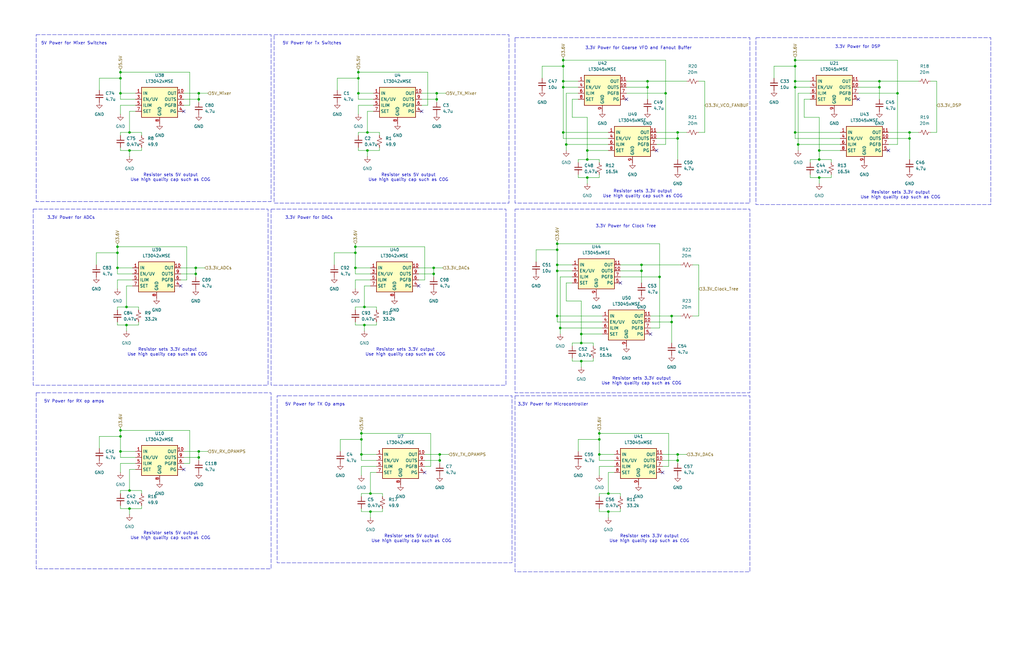
<source format=kicad_sch>
(kicad_sch (version 20250114) (generator "eeschema") (generator_version "9.0")
  (paper "B")
  (title_block (title "Power Management") (date "2026-01-02") (rev "0.0") (company "Andy McCann KA3KAG and Doug McCann KA3KAG"))
  (rectangle (start 116.84 167.005) (end 215.9 237.49) (stroke (width 0) (type dash)))
  (rectangle (start 13.97 88.265) (end 113.03 162.56) (stroke (width 0) (type dash)))
  (rectangle (start 217.17 15.875) (end 316.23 85.725) (stroke (width 0) (type dash)))
  (rectangle (start 217.17 167.005) (end 316.23 241.3) (stroke (width 0) (type dash)))
  (rectangle (start 318.77 15.875) (end 417.83 86.36) (stroke (width 0) (type dash)))
  (rectangle (start 15.24 165.735) (end 114.3 240.03) (stroke (width 0) (type dash)))
  (rectangle (start 115.57 14.605) (end 214.63 85.725) (stroke (width 0) (type dash)))
  (rectangle (start 15.24 14.605) (end 114.3 85.09) (stroke (width 0) (type dash)))
  (rectangle (start 114.3 88.265) (end 213.36 162.56) (stroke (width 0) (type dash)))
  (rectangle (start 217.17 88.265) (end 316.23 165.735) (stroke (width 0) (type dash)))
  (text "3.3V Power for ADCs" (at 29.972 91.948 0) (effects (font (size 1.27 1.27))))
  (text "3.3V Power for DSP" (at 361.696 19.812 0) (effects (font (size 1.27 1.27))))
  (text "Resistor sets 3.3V output\nUse high quality cap such as COG" (at 271.018 81.788 0) (effects (font (size 1.27 1.27))))
  (text "5V Power for Tx Switches" (at 131.572 18.288 0) (effects (font (size 1.27 1.27))))
  (text "3.3V Power for Microcontroller" (at 233.172 170.688 0) (effects (font (size 1.27 1.27))))
  (text "5V Power for RX op amps" (at 31.242 169.418 0) (effects (font (size 1.27 1.27))))
  (text "Resistor sets 3.3V output\nUse high quality cap such as COG" (at 270.51 160.782 0) (effects (font (size 1.27 1.27))))
  (text "Resistor sets 5V output\nUse high quality cap such as COG" (at 173.482 227.33 0) (effects (font (size 1.27 1.27))))
  (text "Resistor sets 5V output\nUse high quality cap such as COG" (at 71.882 226.06 0) (effects (font (size 1.27 1.27))))
  (text "Resistor sets 5V output\nUse high quality cap such as COG" (at 172.212 74.93 0) (effects (font (size 1.27 1.27))))
  (text "Resistor sets 3.3V output\nUse high quality cap such as COG" (at 273.812 227.33 0) (effects (font (size 1.27 1.27))))
  (text "3.3V Power for Clock Tree" (at 263.906 95.504 0) (effects (font (size 1.27 1.27))))
  (text "3.3V Power for Coarse VFO and Fanout Buffer" (at 269.24 20.32 0) (effects (font (size 1.27 1.27))))
  (text "Resistor sets 3.3V output\nUse high quality cap such as COG" (at 379.73 82.296 0) (effects (font (size 1.27 1.27))))
  (text "5V Power for Mixer Switches" (at 31.242 18.288 0) (effects (font (size 1.27 1.27))))
  (text "Resistor sets 5V output\nUse high quality cap such as COG" (at 71.882 74.93 0) (effects (font (size 1.27 1.27))))
  (text "Resistor sets 3.3V output\nUse high quality cap such as COG" (at 170.942 148.59 0) (effects (font (size 1.27 1.27))))
  (text "5V Power for TX Op amps" (at 132.842 170.688 0) (effects (font (size 1.27 1.27))))
  (text "Resistor sets 3.3V output\nUse high quality cap such as COG" (at 70.612 148.59 0) (effects (font (size 1.27 1.27))))
  (text "3.3V Power for DACs" (at 130.302 91.948 0) (effects (font (size 1.27 1.27))))
  (junction (at 151.13 30.48))
  (junction (at 54.61 63.5))
  (junction (at 50.8 190.5))
  (junction (at 83.82 190.5))
  (junction (at 152.4 191.77))
  (junction (at 49.53 113.03))
  (junction (at 237.49 55.88))
  (junction (at 156.21 215.9))
  (junction (at 370.84 36.83))
  (junction (at 234.95 102.87))
  (junction (at 82.55 115.57))
  (junction (at 49.53 106.68))
  (junction (at 152.4 182.88))
  (junction (at 185.42 194.31))
  (junction (at 182.88 113.03))
  (junction (at 54.61 214.63))
  (junction (at 335.28 36.83))
  (junction (at 54.61 207.01))
  (junction (at 83.82 41.91))
  (junction (at 237.49 36.83))
  (junction (at 335.28 27.94))
  (junction (at 345.44 67.31))
  (junction (at 184.15 41.91))
  (junction (at 153.67 137.16))
  (junction (at 82.55 113.03))
  (junction (at 378.46 39.37))
  (junction (at 270.51 111.76))
  (junction (at 280.67 39.37))
  (junction (at 151.13 33.02))
  (junction (at 184.15 39.37))
  (junction (at 270.51 114.3))
  (junction (at 252.73 185.42))
  (junction (at 335.28 25.4))
  (junction (at 283.21 135.89))
  (junction (at 285.75 58.42))
  (junction (at 83.82 39.37))
  (junction (at 238.76 60.96))
  (junction (at 182.88 115.57))
  (junction (at 383.54 58.42))
  (junction (at 50.8 181.61))
  (junction (at 256.54 208.28))
  (junction (at 370.84 34.29))
  (junction (at 50.8 33.02))
  (junction (at 154.94 63.5))
  (junction (at 252.73 182.88))
  (junction (at 283.21 133.35))
  (junction (at 49.53 104.14))
  (junction (at 53.34 137.16))
  (junction (at 156.21 208.28))
  (junction (at 237.49 34.29))
  (junction (at 273.05 34.29))
  (junction (at 154.94 55.88))
  (junction (at 256.54 215.9))
  (junction (at 237.49 25.4))
  (junction (at 245.11 144.78))
  (junction (at 247.65 67.31))
  (junction (at 273.05 36.83))
  (junction (at 54.61 55.88))
  (junction (at 335.28 55.88))
  (junction (at 285.75 194.31))
  (junction (at 245.11 152.4))
  (junction (at 234.95 114.3))
  (junction (at 285.75 191.77))
  (junction (at 185.42 191.77))
  (junction (at 345.44 63.5))
  (junction (at 153.67 129.54))
  (junction (at 50.8 184.15))
  (junction (at 336.55 60.96))
  (junction (at 234.95 111.76))
  (junction (at 83.82 193.04))
  (junction (at 234.95 105.41))
  (junction (at 345.44 74.93))
  (junction (at 50.8 30.48))
  (junction (at 149.86 104.14))
  (junction (at 245.11 140.97))
  (junction (at 149.86 113.03))
  (junction (at 152.4 185.42))
  (junction (at 383.54 55.88))
  (junction (at 149.86 106.68))
  (junction (at 151.13 39.37))
  (junction (at 50.8 39.37))
  (junction (at 53.34 129.54))
  (junction (at 234.95 133.35))
  (junction (at 285.75 55.88))
  (junction (at 247.65 63.5))
  (junction (at 252.73 191.77))
  (junction (at 278.13 116.84))
  (junction (at 237.49 27.94))
  (junction (at 335.28 34.29))
  (junction (at 236.22 138.43))
  (junction (at 247.65 74.93))
  (no_connect (at 77.47 198.12))
  (no_connect (at 176.53 120.65))
  (no_connect (at 274.32 140.97))
  (no_connect (at 179.07 199.39))
  (no_connect (at 77.47 46.99))
  (no_connect (at 374.65 63.5))
  (no_connect (at 276.86 63.5))
  (no_connect (at 261.62 119.38))
  (no_connect (at 177.8 46.99))
  (no_connect (at 361.95 41.91))
  (no_connect (at 279.4 199.39))
  (no_connect (at 264.16 41.91))
  (no_connect (at 76.2 120.65))
  (wire (pts (xy 57.15 44.45) (xy 50.8 44.45)))
  (wire (pts (xy 383.54 55.88) (xy 383.54 58.42)))
  (wire (pts (xy 143.51 185.42) (xy 152.4 185.42)))
  (wire (pts (xy 185.42 191.77) (xy 189.23 191.77)))
  (wire (pts (xy 54.61 63.5) (xy 54.61 66.04)))
  (wire (pts (xy 50.8 193.04) (xy 50.8 190.5)))
  (wire (pts (xy 157.48 41.91) (xy 151.13 41.91)))
  (wire (pts (xy 339.09 49.53) (xy 345.44 49.53)))
  (wire (pts (xy 345.44 67.31) (xy 350.52 67.31)))
  (wire (pts (xy 243.84 36.83) (xy 237.49 36.83)))
  (wire (pts (xy 54.61 214.63) (xy 54.61 217.17)))
  (wire (pts (xy 149.86 106.68) (xy 149.86 113.03)))
  (wire (pts (xy 149.86 130.81) (xy 149.86 129.54)))
  (wire (pts (xy 226.06 105.41) (xy 234.95 105.41)))
  (wire (pts (xy 49.53 102.87) (xy 49.53 104.14)))
  (wire (pts (xy 77.47 195.58) (xy 80.01 195.58)))
  (wire (pts (xy 83.82 190.5) (xy 83.82 193.04)))
  (wire (pts (xy 238.76 39.37) (xy 238.76 60.96)))
  (wire (pts (xy 151.13 57.15) (xy 151.13 55.88)))
  (wire (pts (xy 256.54 58.42) (xy 237.49 58.42)))
  (wire (pts (xy 151.13 30.48) (xy 151.13 33.02)))
  (wire (pts (xy 392.43 34.29) (xy 394.97 34.29)))
  (wire (pts (xy 370.84 34.29) (xy 370.84 36.83)))
  (wire (pts (xy 234.95 114.3) (xy 234.95 111.76)))
  (wire (pts (xy 285.75 55.88) (xy 289.56 55.88)))
  (wire (pts (xy 50.8 57.15) (xy 50.8 55.88)))
  (wire (pts (xy 140.97 111.76) (xy 140.97 106.68)))
  (wire (pts (xy 149.86 104.14) (xy 179.07 104.14)))
  (wire (pts (xy 54.61 214.63) (xy 50.8 214.63)))
  (wire (pts (xy 57.15 193.04) (xy 50.8 193.04)))
  (wire (pts (xy 82.55 113.03) (xy 82.55 115.57)))
  (wire (pts (xy 77.47 193.04) (xy 83.82 193.04)))
  (wire (pts (xy 83.82 39.37) (xy 83.82 41.91)))
  (wire (pts (xy 54.61 207.01) (xy 59.69 207.01)))
  (wire (pts (xy 241.3 119.38) (xy 238.76 119.38)))
  (wire (pts (xy 241.3 41.91) (xy 241.3 49.53)))
  (wire (pts (xy 341.63 68.58) (xy 341.63 67.31)))
  (wire (pts (xy 50.8 181.61) (xy 80.01 181.61)))
  (wire (pts (xy 285.75 191.77) (xy 285.75 194.31)))
  (wire (pts (xy 264.16 36.83) (xy 273.05 36.83)))
  (wire (pts (xy 153.67 120.65) (xy 153.67 129.54)))
  (wire (pts (xy 50.8 184.15) (xy 50.8 190.5)))
  (wire (pts (xy 154.94 55.88) (xy 160.02 55.88)))
  (wire (pts (xy 345.44 74.93) (xy 341.63 74.93)))
  (wire (pts (xy 243.84 67.31) (xy 247.65 67.31)))
  (wire (pts (xy 149.86 129.54) (xy 153.67 129.54)))
  (wire (pts (xy 250.19 144.78) (xy 250.19 146.05)))
  (wire (pts (xy 354.33 58.42) (xy 335.28 58.42)))
  (wire (pts (xy 182.88 115.57) (xy 182.88 116.84)))
  (wire (pts (xy 176.53 118.11) (xy 179.07 118.11)))
  (wire (pts (xy 345.44 49.53) (xy 345.44 63.5)))
  (wire (pts (xy 252.73 67.31) (xy 252.73 68.58)))
  (wire (pts (xy 335.28 36.83) (xy 335.28 55.88)))
  (wire (pts (xy 276.86 58.42) (xy 285.75 58.42)))
  (wire (pts (xy 273.05 36.83) (xy 273.05 41.91)))
  (wire (pts (xy 252.73 208.28) (xy 256.54 208.28)))
  (wire (pts (xy 238.76 119.38) (xy 238.76 127)))
  (wire (pts (xy 50.8 214.63) (xy 50.8 213.36)))
  (wire (pts (xy 261.62 214.63) (xy 261.62 215.9)))
  (wire (pts (xy 281.94 196.85) (xy 281.94 182.88)))
  (wire (pts (xy 341.63 36.83) (xy 335.28 36.83)))
  (wire (pts (xy 161.29 208.28) (xy 161.29 209.55)))
  (wire (pts (xy 160.02 62.23) (xy 160.02 63.5)))
  (wire (pts (xy 370.84 34.29) (xy 387.35 34.29)))
  (wire (pts (xy 374.65 58.42) (xy 383.54 58.42)))
  (wire (pts (xy 250.19 151.13) (xy 250.19 152.4)))
  (wire (pts (xy 354.33 60.96) (xy 336.55 60.96)))
  (wire (pts (xy 245.11 127) (xy 245.11 140.97)))
  (wire (pts (xy 153.67 137.16) (xy 153.67 139.7)))
  (wire (pts (xy 77.47 190.5) (xy 83.82 190.5)))
  (wire (pts (xy 259.08 194.31) (xy 252.73 194.31)))
  (wire (pts (xy 176.53 113.03) (xy 182.88 113.03)))
  (wire (pts (xy 236.22 138.43) (xy 236.22 140.97)))
  (wire (pts (xy 245.11 140.97) (xy 245.11 144.78)))
  (wire (pts (xy 161.29 215.9) (xy 156.21 215.9)))
  (wire (pts (xy 179.07 194.31) (xy 185.42 194.31)))
  (wire (pts (xy 276.86 55.88) (xy 285.75 55.88)))
  (wire (pts (xy 184.15 41.91) (xy 184.15 43.18)))
  (wire (pts (xy 55.88 118.11) (xy 49.53 118.11)))
  (wire (pts (xy 256.54 55.88) (xy 237.49 55.88)))
  (wire (pts (xy 237.49 36.83) (xy 237.49 55.88)))
  (wire (pts (xy 285.75 194.31) (xy 285.75 195.58)))
  (wire (pts (xy 57.15 46.99) (xy 54.61 46.99)))
  (wire (pts (xy 283.21 135.89) (xy 283.21 144.78)))
  (wire (pts (xy 82.55 115.57) (xy 82.55 116.84)))
  (wire (pts (xy 185.42 194.31) (xy 185.42 195.58)))
  (wire (pts (xy 339.09 41.91) (xy 339.09 49.53)))
  (wire (pts (xy 256.54 215.9) (xy 252.73 215.9)))
  (wire (pts (xy 49.53 118.11) (xy 49.53 121.92)))
  (wire (pts (xy 153.67 129.54) (xy 158.75 129.54)))
  (wire (pts (xy 361.95 39.37) (xy 378.46 39.37)))
  (wire (pts (xy 252.73 182.88) (xy 281.94 182.88)))
  (wire (pts (xy 184.15 39.37) (xy 187.96 39.37)))
  (wire (pts (xy 273.05 34.29) (xy 289.56 34.29)))
  (wire (pts (xy 77.47 44.45) (xy 80.01 44.45)))
  (wire (pts (xy 294.64 34.29) (xy 297.18 34.29)))
  (wire (pts (xy 234.95 114.3) (xy 234.95 133.35)))
  (wire (pts (xy 247.65 67.31) (xy 252.73 67.31)))
  (wire (pts (xy 50.8 33.02) (xy 50.8 39.37)))
  (wire (pts (xy 55.88 115.57) (xy 49.53 115.57)))
  (wire (pts (xy 182.88 113.03) (xy 186.69 113.03)))
  (wire (pts (xy 53.34 137.16) (xy 53.34 139.7)))
  (wire (pts (xy 54.61 63.5) (xy 50.8 63.5)))
  (wire (pts (xy 279.4 194.31) (xy 285.75 194.31)))
  (wire (pts (xy 158.75 137.16) (xy 153.67 137.16)))
  (wire (pts (xy 252.73 182.88) (xy 252.73 185.42)))
  (wire (pts (xy 280.67 25.4) (xy 280.67 39.37)))
  (wire (pts (xy 158.75 196.85) (xy 152.4 196.85)))
  (wire (pts (xy 49.53 106.68) (xy 49.53 113.03)))
  (wire (pts (xy 49.53 137.16) (xy 49.53 135.89)))
  (wire (pts (xy 252.73 181.61) (xy 252.73 182.88)))
  (wire (pts (xy 50.8 63.5) (xy 50.8 62.23)))
  (wire (pts (xy 394.97 34.29) (xy 394.97 55.88)))
  (wire (pts (xy 151.13 30.48) (xy 180.34 30.48)))
  (wire (pts (xy 156.21 208.28) (xy 161.29 208.28)))
  (wire (pts (xy 58.42 129.54) (xy 58.42 130.81)))
  (wire (pts (xy 80.01 195.58) (xy 80.01 181.61)))
  (wire (pts (xy 49.53 115.57) (xy 49.53 113.03)))
  (wire (pts (xy 40.64 111.76) (xy 40.64 106.68)))
  (wire (pts (xy 157.48 44.45) (xy 151.13 44.45)))
  (wire (pts (xy 142.24 38.1) (xy 142.24 33.02)))
  (wire (pts (xy 158.75 191.77) (xy 152.4 191.77)))
  (wire (pts (xy 261.62 116.84) (xy 278.13 116.84)))
  (wire (pts (xy 336.55 60.96) (xy 336.55 63.5)))
  (wire (pts (xy 243.84 34.29) (xy 237.49 34.29)))
  (wire (pts (xy 256.54 60.96) (xy 238.76 60.96)))
  (wire (pts (xy 59.69 207.01) (xy 59.69 208.28)))
  (wire (pts (xy 335.28 25.4) (xy 335.28 27.94)))
  (wire (pts (xy 50.8 30.48) (xy 80.01 30.48)))
  (wire (pts (xy 234.95 101.6) (xy 234.95 102.87)))
  (wire (pts (xy 361.95 36.83) (xy 370.84 36.83)))
  (wire (pts (xy 256.54 208.28) (xy 261.62 208.28)))
  (wire (pts (xy 149.86 137.16) (xy 149.86 135.89)))
  (wire (pts (xy 383.54 58.42) (xy 383.54 67.31)))
  (wire (pts (xy 49.53 104.14) (xy 78.74 104.14)))
  (wire (pts (xy 252.73 185.42) (xy 252.73 191.77)))
  (wire (pts (xy 341.63 41.91) (xy 339.09 41.91)))
  (wire (pts (xy 58.42 135.89) (xy 58.42 137.16)))
  (wire (pts (xy 279.4 191.77) (xy 285.75 191.77)))
  (wire (pts (xy 252.73 209.55) (xy 252.73 208.28)))
  (wire (pts (xy 383.54 55.88) (xy 387.35 55.88)))
  (wire (pts (xy 243.84 185.42) (xy 252.73 185.42)))
  (wire (pts (xy 394.97 55.88) (xy 392.43 55.88)))
  (wire (pts (xy 259.08 191.77) (xy 252.73 191.77)))
  (wire (pts (xy 336.55 39.37) (xy 336.55 60.96)))
  (wire (pts (xy 182.88 113.03) (xy 182.88 115.57)))
  (wire (pts (xy 264.16 39.37) (xy 280.67 39.37)))
  (wire (pts (xy 252.73 215.9) (xy 252.73 214.63)))
  (wire (pts (xy 152.4 196.85) (xy 152.4 200.66)))
  (wire (pts (xy 179.07 118.11) (xy 179.07 104.14)))
  (wire (pts (xy 83.82 39.37) (xy 87.63 39.37)))
  (wire (pts (xy 374.65 60.96) (xy 378.46 60.96)))
  (wire (pts (xy 59.69 214.63) (xy 54.61 214.63)))
  (wire (pts (xy 76.2 115.57) (xy 82.55 115.57)))
  (wire (pts (xy 49.53 129.54) (xy 53.34 129.54)))
  (wire (pts (xy 151.13 33.02) (xy 151.13 39.37)))
  (wire (pts (xy 252.73 73.66) (xy 252.73 74.93)))
  (wire (pts (xy 280.67 39.37) (xy 280.67 60.96)))
  (wire (pts (xy 41.91 38.1) (xy 41.91 33.02)))
  (wire (pts (xy 41.91 33.02) (xy 50.8 33.02)))
  (wire (pts (xy 270.51 114.3) (xy 270.51 119.38)))
  (wire (pts (xy 279.4 196.85) (xy 281.94 196.85)))
  (wire (pts (xy 261.62 208.28) (xy 261.62 209.55)))
  (wire (pts (xy 245.11 140.97) (xy 254 140.97)))
  (wire (pts (xy 280.67 25.4) (xy 237.49 25.4)))
  (wire (pts (xy 58.42 137.16) (xy 53.34 137.16)))
  (wire (pts (xy 153.67 137.16) (xy 149.86 137.16)))
  (wire (pts (xy 59.69 62.23) (xy 59.69 63.5)))
  (wire (pts (xy 156.21 120.65) (xy 153.67 120.65)))
  (wire (pts (xy 49.53 130.81) (xy 49.53 129.54)))
  (wire (pts (xy 177.8 41.91) (xy 184.15 41.91)))
  (wire (pts (xy 149.86 102.87) (xy 149.86 104.14)))
  (wire (pts (xy 57.15 198.12) (xy 54.61 198.12)))
  (wire (pts (xy 156.21 215.9) (xy 152.4 215.9)))
  (wire (pts (xy 156.21 115.57) (xy 149.86 115.57)))
  (wire (pts (xy 378.46 25.4) (xy 378.46 39.37)))
  (wire (pts (xy 283.21 133.35) (xy 287.02 133.35)))
  (wire (pts (xy 261.62 114.3) (xy 270.51 114.3)))
  (wire (pts (xy 350.52 67.31) (xy 350.52 68.58)))
  (wire (pts (xy 261.62 111.76) (xy 270.51 111.76)))
  (wire (pts (xy 252.73 194.31) (xy 252.73 191.77)))
  (wire (pts (xy 228.6 33.02) (xy 228.6 27.94)))
  (wire (pts (xy 245.11 144.78) (xy 250.19 144.78)))
  (wire (pts (xy 241.3 116.84) (xy 236.22 116.84)))
  (wire (pts (xy 54.61 55.88) (xy 59.69 55.88)))
  (wire (pts (xy 77.47 39.37) (xy 83.82 39.37)))
  (wire (pts (xy 57.15 41.91) (xy 50.8 41.91)))
  (wire (pts (xy 374.65 55.88) (xy 383.54 55.88)))
  (wire (pts (xy 181.61 196.85) (xy 181.61 182.88)))
  (wire (pts (xy 149.86 115.57) (xy 149.86 113.03)))
  (wire (pts (xy 154.94 63.5) (xy 151.13 63.5)))
  (wire (pts (xy 151.13 63.5) (xy 151.13 62.23)))
  (wire (pts (xy 53.34 137.16) (xy 49.53 137.16)))
  (wire (pts (xy 341.63 34.29) (xy 335.28 34.29)))
  (wire (pts (xy 335.28 24.13) (xy 335.28 25.4)))
  (wire (pts (xy 142.24 33.02) (xy 151.13 33.02)))
  (wire (pts (xy 254 135.89) (xy 234.95 135.89)))
  (wire (pts (xy 177.8 44.45) (xy 180.34 44.45)))
  (wire (pts (xy 152.4 182.88) (xy 152.4 185.42)))
  (wire (pts (xy 57.15 39.37) (xy 50.8 39.37)))
  (wire (pts (xy 345.44 74.93) (xy 345.44 77.47)))
  (wire (pts (xy 259.08 196.85) (xy 252.73 196.85)))
  (wire (pts (xy 76.2 113.03) (xy 82.55 113.03)))
  (wire (pts (xy 378.46 25.4) (xy 335.28 25.4)))
  (wire (pts (xy 254 138.43) (xy 236.22 138.43)))
  (wire (pts (xy 40.64 106.68) (xy 49.53 106.68)))
  (wire (pts (xy 335.28 36.83) (xy 335.28 34.29)))
  (wire (pts (xy 237.49 25.4) (xy 237.49 27.94)))
  (wire (pts (xy 238.76 60.96) (xy 238.76 63.5)))
  (wire (pts (xy 354.33 55.88) (xy 335.28 55.88)))
  (wire (pts (xy 157.48 39.37) (xy 151.13 39.37)))
  (wire (pts (xy 177.8 39.37) (xy 184.15 39.37)))
  (wire (pts (xy 237.49 55.88) (xy 237.49 58.42)))
  (wire (pts (xy 237.49 24.13) (xy 237.49 25.4)))
  (wire (pts (xy 245.11 152.4) (xy 241.3 152.4)))
  (wire (pts (xy 50.8 29.21) (xy 50.8 30.48)))
  (wire (pts (xy 243.84 41.91) (xy 241.3 41.91)))
  (wire (pts (xy 160.02 55.88) (xy 160.02 57.15)))
  (wire (pts (xy 241.3 144.78) (xy 245.11 144.78)))
  (wire (pts (xy 41.91 184.15) (xy 50.8 184.15)))
  (wire (pts (xy 151.13 44.45) (xy 151.13 48.26)))
  (wire (pts (xy 285.75 58.42) (xy 285.75 67.31)))
  (wire (pts (xy 54.61 46.99) (xy 54.61 55.88)))
  (wire (pts (xy 156.21 118.11) (xy 149.86 118.11)))
  (wire (pts (xy 158.75 194.31) (xy 152.4 194.31)))
  (wire (pts (xy 151.13 29.21) (xy 151.13 30.48)))
  (wire (pts (xy 50.8 180.34) (xy 50.8 181.61)))
  (wire (pts (xy 256.54 199.39) (xy 256.54 208.28)))
  (wire (pts (xy 149.86 118.11) (xy 149.86 121.92)))
  (wire (pts (xy 252.73 196.85) (xy 252.73 200.66)))
  (wire (pts (xy 55.88 113.03) (xy 49.53 113.03)))
  (wire (pts (xy 341.63 39.37) (xy 336.55 39.37)))
  (wire (pts (xy 243.84 190.5) (xy 243.84 185.42)))
  (wire (pts (xy 273.05 34.29) (xy 273.05 36.83)))
  (wire (pts (xy 59.69 213.36) (xy 59.69 214.63)))
  (wire (pts (xy 180.34 44.45) (xy 180.34 30.48)))
  (wire (pts (xy 179.07 196.85) (xy 181.61 196.85)))
  (wire (pts (xy 278.13 102.87) (xy 234.95 102.87)))
  (wire (pts (xy 285.75 191.77) (xy 289.56 191.77)))
  (wire (pts (xy 50.8 195.58) (xy 50.8 199.39)))
  (wire (pts (xy 292.1 111.76) (xy 294.64 111.76)))
  (wire (pts (xy 247.65 49.53) (xy 247.65 63.5)))
  (wire (pts (xy 245.11 152.4) (xy 245.11 154.94)))
  (wire (pts (xy 226.06 110.49) (xy 226.06 105.41)))
  (wire (pts (xy 83.82 193.04) (xy 83.82 194.31)))
  (wire (pts (xy 326.39 33.02) (xy 326.39 27.94)))
  (wire (pts (xy 236.22 116.84) (xy 236.22 138.43)))
  (wire (pts (xy 294.64 133.35) (xy 292.1 133.35)))
  (wire (pts (xy 345.44 63.5) (xy 354.33 63.5)))
  (wire (pts (xy 83.82 41.91) (xy 83.82 43.18)))
  (wire (pts (xy 152.4 194.31) (xy 152.4 191.77)))
  (wire (pts (xy 247.65 74.93) (xy 243.84 74.93)))
  (wire (pts (xy 264.16 34.29) (xy 273.05 34.29)))
  (wire (pts (xy 50.8 207.01) (xy 54.61 207.01)))
  (wire (pts (xy 294.64 111.76) (xy 294.64 133.35)))
  (wire (pts (xy 250.19 152.4) (xy 245.11 152.4)))
  (wire (pts (xy 59.69 63.5) (xy 54.61 63.5)))
  (wire (pts (xy 185.42 191.77) (xy 185.42 194.31)))
  (wire (pts (xy 341.63 67.31) (xy 345.44 67.31)))
  (wire (pts (xy 184.15 39.37) (xy 184.15 41.91)))
  (wire (pts (xy 241.3 114.3) (xy 234.95 114.3)))
  (wire (pts (xy 350.52 73.66) (xy 350.52 74.93)))
  (wire (pts (xy 341.63 74.93) (xy 341.63 73.66)))
  (wire (pts (xy 241.3 111.76) (xy 234.95 111.76)))
  (wire (pts (xy 156.21 215.9) (xy 156.21 218.44)))
  (wire (pts (xy 350.52 74.93) (xy 345.44 74.93)))
  (wire (pts (xy 151.13 41.91) (xy 151.13 39.37)))
  (wire (pts (xy 283.21 133.35) (xy 283.21 135.89)))
  (wire (pts (xy 326.39 27.94) (xy 335.28 27.94)))
  (wire (pts (xy 158.75 129.54) (xy 158.75 130.81)))
  (wire (pts (xy 345.44 63.5) (xy 345.44 67.31)))
  (wire (pts (xy 238.76 127) (xy 245.11 127)))
  (wire (pts (xy 78.74 118.11) (xy 78.74 104.14)))
  (wire (pts (xy 243.84 68.58) (xy 243.84 67.31)))
  (wire (pts (xy 176.53 115.57) (xy 182.88 115.57)))
  (wire (pts (xy 55.88 120.65) (xy 53.34 120.65)))
  (wire (pts (xy 234.95 102.87) (xy 234.95 105.41)))
  (wire (pts (xy 243.84 39.37) (xy 238.76 39.37)))
  (wire (pts (xy 247.65 63.5) (xy 247.65 67.31)))
  (wire (pts (xy 160.02 63.5) (xy 154.94 63.5)))
  (wire (pts (xy 259.08 199.39) (xy 256.54 199.39)))
  (wire (pts (xy 237.49 36.83) (xy 237.49 34.29)))
  (wire (pts (xy 152.4 182.88) (xy 181.61 182.88)))
  (wire (pts (xy 152.4 181.61) (xy 152.4 182.88)))
  (wire (pts (xy 161.29 214.63) (xy 161.29 215.9)))
  (wire (pts (xy 57.15 190.5) (xy 50.8 190.5)))
  (wire (pts (xy 256.54 215.9) (xy 256.54 218.44)))
  (wire (pts (xy 237.49 27.94) (xy 237.49 34.29)))
  (wire (pts (xy 57.15 195.58) (xy 50.8 195.58)))
  (wire (pts (xy 59.69 55.88) (xy 59.69 57.15)))
  (wire (pts (xy 241.3 49.53) (xy 247.65 49.53)))
  (wire (pts (xy 54.61 198.12) (xy 54.61 207.01)))
  (wire (pts (xy 274.32 135.89) (xy 283.21 135.89)))
  (wire (pts (xy 241.3 146.05) (xy 241.3 144.78)))
  (wire (pts (xy 151.13 55.88) (xy 154.94 55.88)))
  (wire (pts (xy 261.62 215.9) (xy 256.54 215.9)))
  (wire (pts (xy 50.8 44.45) (xy 50.8 48.26)))
  (wire (pts (xy 247.65 74.93) (xy 247.65 77.47)))
  (wire (pts (xy 278.13 102.87) (xy 278.13 116.84)))
  (wire (pts (xy 228.6 27.94) (xy 237.49 27.94)))
  (wire (pts (xy 252.73 74.93) (xy 247.65 74.93)))
  (wire (pts (xy 270.51 111.76) (xy 287.02 111.76)))
  (wire (pts (xy 370.84 36.83) (xy 370.84 41.91)))
  (wire (pts (xy 274.32 138.43) (xy 278.13 138.43)))
  (wire (pts (xy 50.8 181.61) (xy 50.8 184.15)))
  (wire (pts (xy 278.13 116.84) (xy 278.13 138.43)))
  (wire (pts (xy 80.01 44.45) (xy 80.01 30.48)))
  (wire (pts (xy 50.8 30.48) (xy 50.8 33.02)))
  (wire (pts (xy 297.18 34.29) (xy 297.18 55.88)))
  (wire (pts (xy 50.8 55.88) (xy 54.61 55.88)))
  (wire (pts (xy 76.2 118.11) (xy 78.74 118.11)))
  (wire (pts (xy 140.97 106.68) (xy 149.86 106.68)))
  (wire (pts (xy 156.21 199.39) (xy 156.21 208.28)))
  (wire (pts (xy 158.75 135.89) (xy 158.75 137.16)))
  (wire (pts (xy 243.84 74.93) (xy 243.84 73.66)))
  (wire (pts (xy 152.4 185.42) (xy 152.4 191.77)))
  (wire (pts (xy 154.94 46.99) (xy 154.94 55.88)))
  (wire (pts (xy 335.28 27.94) (xy 335.28 34.29)))
  (wire (pts (xy 157.48 46.99) (xy 154.94 46.99)))
  (wire (pts (xy 156.21 113.03) (xy 149.86 113.03)))
  (wire (pts (xy 270.51 111.76) (xy 270.51 114.3)))
  (wire (pts (xy 378.46 39.37) (xy 378.46 60.96)))
  (wire (pts (xy 152.4 208.28) (xy 156.21 208.28)))
  (wire (pts (xy 49.53 104.14) (xy 49.53 106.68)))
  (wire (pts (xy 77.47 41.91) (xy 83.82 41.91)))
  (wire (pts (xy 53.34 129.54) (xy 58.42 129.54)))
  (wire (pts (xy 143.51 190.5) (xy 143.51 185.42)))
  (wire (pts (xy 274.32 133.35) (xy 283.21 133.35)))
  (wire (pts (xy 285.75 55.88) (xy 285.75 58.42)))
  (wire (pts (xy 234.95 105.41) (xy 234.95 111.76)))
  (wire (pts (xy 361.95 34.29) (xy 370.84 34.29)))
  (wire (pts (xy 152.4 215.9) (xy 152.4 214.63)))
  (wire (pts (xy 50.8 208.28) (xy 50.8 207.01)))
  (wire (pts (xy 83.82 190.5) (xy 87.63 190.5)))
  (wire (pts (xy 152.4 209.55) (xy 152.4 208.28)))
  (wire (pts (xy 247.65 63.5) (xy 256.54 63.5)))
  (wire (pts (xy 53.34 120.65) (xy 53.34 129.54)))
  (wire (pts (xy 158.75 199.39) (xy 156.21 199.39)))
  (wire (pts (xy 241.3 152.4) (xy 241.3 151.13)))
  (wire (pts (xy 41.91 189.23) (xy 41.91 184.15)))
  (wire (pts (xy 297.18 55.88) (xy 294.64 55.88)))
  (wire (pts (xy 50.8 41.91) (xy 50.8 39.37)))
  (wire (pts (xy 149.86 104.14) (xy 149.86 106.68)))
  (wire (pts (xy 154.94 63.5) (xy 154.94 66.04)))
  (wire (pts (xy 276.86 60.96) (xy 280.67 60.96)))
  (wire (pts (xy 82.55 113.03) (xy 86.36 113.03)))
  (wire (pts (xy 254 133.35) (xy 234.95 133.35)))
  (wire (pts (xy 335.28 55.88) (xy 335.28 58.42)))
  (wire (pts (xy 179.07 191.77) (xy 185.42 191.77)))
  (wire (pts (xy 234.95 133.35) (xy 234.95 135.89)))
  (hierarchical_label "5V_RX_OPAMPS" (shape input) (at 87.63 190.5 0))
  (hierarchical_label "5V_TX_OPAMPS" (shape input) (at 189.23 191.77 0))
  (hierarchical_label "3.6V" (shape input) (at 234.95 101.6 90))
  (hierarchical_label "3.6V" (shape input) (at 335.28 24.13 90))
  (hierarchical_label "5V_TX_Mixer" (shape input) (at 187.96 39.37 0))
  (hierarchical_label "3.6V" (shape input) (at 49.53 102.87 90))
  (hierarchical_label "3.3V_Clock_Tree" (shape input) (at 294.64 121.92 0))
  (hierarchical_label "3.3V_DACs" (shape input) (at 186.69 113.03 0))
  (hierarchical_label "3.3V_DSP" (shape input) (at 394.97 44.45 0))
  (hierarchical_label "3.3V_ADCs" (shape input) (at 86.36 113.03 0))
  (hierarchical_label "5V_Mixer" (shape input) (at 87.63 39.37 0))
  (hierarchical_label "5.5V" (shape input) (at 50.8 29.21 90))
  (hierarchical_label "5.5V" (shape input) (at 152.4 181.61 90))
  (hierarchical_label "3.6V" (shape input) (at 252.73 181.61 90))
  (hierarchical_label "3.3V_VCO_FANBUF" (shape input) (at 297.18 44.45 0))
  (hierarchical_label "3.3V_DACs" (shape input) (at 289.56 191.77 0))
  (hierarchical_label "5.5V" (shape input) (at 151.13 29.21 90))
  (hierarchical_label "3.6V" (shape input) (at 149.86 102.87 90))
  (hierarchical_label "3.6V" (shape input) (at 237.49 24.13 90))
  (hierarchical_label "3.6V" (shape input) (at 50.8 180.34 90))
  (symbol (lib_id "power:GND") (at 82.55 121.92 0) (unit 1)
    (property "Reference" "#PWR062" (effects (hide yes)))
    (property "Value" "GND" (at 82.55 127 0))
    (property "Description" "Power symbol creates a global label with name \"GND\" , ground" (effects (hide yes)))
  )
  (symbol (lib_id "Device:C_Small") (at 370.84 44.45 0) (unit 1)
    (property "Reference" "C45" (at 373.38 43.1862 0) (effects (justify left)))
    (property "Value" "4.7u" (at 373.38 45.7262 0) (effects (justify left)))
    (property "Footprint" "Capacitor_SMD:C_0603_1608Metric_Pad1.08x0.95mm_HandSolder" (effects (hide yes)))
    (property "Description" "Unpolarized capacitor, small symbol" (effects (hide yes)))
  )
  (symbol (lib_id "power:GND") (at 351.79 46.99 0) (unit 1)
    (property "Reference" "#PWR064" (effects (hide yes)))
    (property "Value" "GND" (at 351.79 52.07 0))
    (property "Description" "Power symbol creates a global label with name \"GND\" , ground" (effects (hide yes)))
  )
  (symbol (lib_id "power:GND") (at 383.54 72.39 0) (unit 1)
    (property "Reference" "#PWR082" (effects (hide yes)))
    (property "Value" "GND" (at 383.54 77.47 0))
    (property "Description" "Power symbol creates a global label with name \"GND\" , ground" (effects (hide yes)))
  )
  (symbol (lib_id "power:GND") (at 54.61 217.17 0) (unit 1)
    (property "Reference" "#PWR077" (effects (hide yes)))
    (property "Value" "GND" (at 54.61 222.25 0))
    (property "Description" "Power symbol creates a global label with name \"GND\" , ground" (effects (hide yes)))
  )
  (symbol (lib_id "Device:C_Small") (at 82.55 119.38 0) (unit 1)
    (property "Reference" "C89" (at 85.09 118.1162 0) (effects (justify left)))
    (property "Value" "4.7u" (at 85.09 120.6562 0) (effects (justify left)))
    (property "Footprint" "Capacitor_SMD:C_0603_1608Metric_Pad1.08x0.95mm_HandSolder" (effects (hide yes)))
    (property "Description" "Unpolarized capacitor, small symbol" (effects (hide yes)))
  )
  (symbol (lib_id "Device:R_Small_US") (at 289.56 133.35 90) (unit 1)
    (property "Reference" "R23" (at 289.56 127 90))
    (property "Value" "20m" (at 289.56 129.54 90))
    (property "Footprint" "Resistor_SMD:R_0603_1608Metric_Pad0.98x0.95mm_HandSolder" (effects (hide yes)))
    (property "Description" "Resistor, small US symbol" (effects (hide yes)))
  )
  (symbol (lib_id "power:GND") (at 336.55 63.5 0) (unit 1)
    (property "Reference" "#PWR060" (effects (hide yes)))
    (property "Value" "GND" (at 336.55 68.58 0))
    (property "Description" "Power symbol creates a global label with name \"GND\" , ground" (effects (hide yes)))
  )
  (symbol (lib_id "Device:R_Small_US") (at 59.69 210.82 0) (unit 1)
    (property "Reference" "R16" (at 62.23 209.5499 0) (effects (justify left)))
    (property "Value" "49.9" (at 62.23 212.0899 0) (effects (justify left)))
    (property "Footprint" "Resistor_SMD:R_0603_1608Metric_Pad0.98x0.95mm_HandSolder" (effects (hide yes)))
    (property "Description" "Resistor, small US symbol" (effects (hide yes)))
  )
  (symbol (lib_id "power:GND") (at 252.73 200.66 0) (unit 1)
    (property "Reference" "#PWR072" (effects (hide yes)))
    (property "Value" "GND" (at 252.73 205.74 0))
    (property "Description" "Power symbol creates a global label with name \"GND\" , ground" (effects (hide yes)))
  )
  (symbol (lib_id "power:GND") (at 156.21 218.44 0) (unit 1)
    (property "Reference" "#PWR039" (effects (hide yes)))
    (property "Value" "GND" (at 156.21 223.52 0))
    (property "Description" "Power symbol creates a global label with name \"GND\" , ground" (effects (hide yes)))
  )
  (symbol (lib_id "Device:C_Small") (at 383.54 69.85 0) (unit 1)
    (property "Reference" "C46" (at 386.08 68.5862 0) (effects (justify left)))
    (property "Value" "4.7u" (at 386.08 71.1262 0) (effects (justify left)))
    (property "Footprint" "Capacitor_SMD:C_0603_1608Metric_Pad1.08x0.95mm_HandSolder" (effects (hide yes)))
    (property "Description" "Unpolarized capacitor, small symbol" (effects (hide yes)))
  )
  (symbol (lib_id "Device:R_Small_US") (at 250.19 148.59 0) (unit 1)
    (property "Reference" "R14" (at 252.73 147.3199 0) (effects (justify left)))
    (property "Value" "16.5k" (at 252.73 149.8599 0) (effects (justify left)))
    (property "Footprint" "Resistor_SMD:R_0603_1608Metric_Pad0.98x0.95mm_HandSolder" (effects (hide yes)))
    (property "Description" "Resistor, small US symbol" (effects (hide yes)))
  )
  (symbol (lib_id "power:GND") (at 151.13 48.26 0) (unit 1)
    (property "Reference" "#PWR04" (effects (hide yes)))
    (property "Value" "GND" (at 151.13 53.34 0))
    (property "Description" "Power symbol creates a global label with name \"GND\" , ground" (effects (hide yes)))
  )
  (symbol (lib_id "Device:C_Small") (at 182.88 119.38 0) (unit 1)
    (property "Reference" "C98" (at 185.42 118.1162 0) (effects (justify left)))
    (property "Value" "4.7u" (at 185.42 120.6562 0) (effects (justify left)))
    (property "Footprint" "Capacitor_SMD:C_0603_1608Metric_Pad1.08x0.95mm_HandSolder" (effects (hide yes)))
    (property "Description" "Unpolarized capacitor, small symbol" (effects (hide yes)))
  )
  (symbol (lib_id "power:GND") (at 50.8 48.26 0) (unit 1)
    (property "Reference" "#PWR051" (effects (hide yes)))
    (property "Value" "GND" (at 50.8 53.34 0))
    (property "Description" "Power symbol creates a global label with name \"GND\" , ground" (effects (hide yes)))
  )
  (symbol (lib_id "Device:R_Small_US") (at 292.1 34.29 90) (unit 1)
    (property "Reference" "R20" (at 292.1 27.94 90))
    (property "Value" "20m" (at 292.1 30.48 90))
    (property "Footprint" "Resistor_SMD:R_0603_1608Metric_Pad0.98x0.95mm_HandSolder" (effects (hide yes)))
    (property "Description" "Resistor, small US symbol" (effects (hide yes)))
  )
  (symbol (lib_id "Device:R_Small_US") (at 261.62 212.09 0) (unit 1)
    (property "Reference" "R11" (at 264.16 210.8199 0) (effects (justify left)))
    (property "Value" "33.2k" (at 264.16 213.3599 0) (effects (justify left)))
    (property "Footprint" "Resistor_SMD:R_0603_1608Metric_Pad0.98x0.95mm_HandSolder" (effects (hide yes)))
    (property "Description" "Resistor, small US symbol" (effects (hide yes)))
  )
  (symbol (lib_id "Device:C_Small") (at 228.6 35.56 0) (unit 1)
    (property "Reference" "C47" (at 231.14 34.2962 0) (effects (justify left)))
    (property "Value" "10u" (at 231.14 36.8362 0) (effects (justify left)))
    (property "Footprint" "Capacitor_SMD:C_0603_1608Metric_Pad1.08x0.95mm_HandSolder" (effects (hide yes)))
    (property "Description" "Unpolarized capacitor, small symbol" (effects (hide yes)))
  )
  (symbol (lib_id "Device:R_Small_US") (at 289.56 111.76 90) (unit 1)
    (property "Reference" "R22" (at 289.56 105.41 90))
    (property "Value" "20m" (at 289.56 107.95 90))
    (property "Footprint" "Resistor_SMD:R_0603_1608Metric_Pad0.98x0.95mm_HandSolder" (effects (hide yes)))
    (property "Description" "Resistor, small US symbol" (effects (hide yes)))
  )
  (symbol (lib_id "Device:C_Small") (at 243.84 71.12 0) (unit 1)
    (property "Reference" "C48" (at 246.38 69.8562 0) (effects (justify left)))
    (property "Value" "0.47u" (at 246.38 72.3962 0) (effects (justify left)))
    (property "Footprint" "Capacitor_SMD:C_0603_1608Metric_Pad1.08x0.95mm_HandSolder" (effects (hide yes)))
    (property "Description" "Unpolarized capacitor, small symbol" (effects (hide yes)))
  )
  (symbol (lib_id "power:GND") (at 41.91 43.18 0) (unit 1)
    (property "Reference" "#PWR042" (effects (hide yes)))
    (property "Value" "GND" (at 41.91 48.26 0))
    (property "Description" "Power symbol creates a global label with name \"GND\" , ground" (effects (hide yes)))
  )
  (symbol (lib_id "Device:R_Small_US") (at 389.89 55.88 90) (unit 1)
    (property "Reference" "R19" (at 389.89 49.53 90))
    (property "Value" "20m" (at 389.89 52.07 90))
    (property "Footprint" "Resistor_SMD:R_0603_1608Metric_Pad0.98x0.95mm_HandSolder" (effects (hide yes)))
    (property "Description" "Resistor, small US symbol" (effects (hide yes)))
  )
  (symbol (lib_id "Regulator_Linear:LT3045xMSE") (at 264.16 135.89 0) (unit 1)
    (property "Reference" "U50" (at 264.16 125.73 0))
    (property "Value" "LT3045xMSE" (at 264.16 128.27 0))
    (property "Footprint" "Package_SO:MSOP-12-1EP_3x4.039mm_P0.65mm_EP1.651x2.845mm" (effects (hide yes)))
    (property "Datasheet" "https://www.analog.com/media/en/technical-documentation/data-sheets/3045fa.pdf" (effects (hide yes)))
    (property "Description" "500mA, Adjustable, Ultralow Noise, Ultrahigh PSRR Linear Regulator, MSOP-12" (effects (hide yes)))
  )
  (symbol (lib_id "Device:C_Small") (at 185.42 198.12 0) (unit 1)
    (property "Reference" "C7" (at 187.96 196.8562 0) (effects (justify left)))
    (property "Value" "4.7u" (at 187.96 199.3962 0) (effects (justify left)))
    (property "Footprint" "Capacitor_SMD:C_0603_1608Metric_Pad1.08x0.95mm_HandSolder" (effects (hide yes)))
    (property "Description" "Unpolarized capacitor, small symbol" (effects (hide yes)))
  )
  (symbol (lib_id "power:GND") (at 228.6 38.1 0) (unit 1)
    (property "Reference" "#PWR083" (effects (hide yes)))
    (property "Value" "GND" (at 228.6 43.18 0))
    (property "Description" "Power symbol creates a global label with name \"GND\" , ground" (effects (hide yes)))
  )
  (symbol (lib_id "Regulator_Linear:LT3042xMSE") (at 168.91 194.31 0) (unit 1)
    (property "Reference" "U7" (at 168.91 184.15 0))
    (property "Value" "LT3042xMSE" (at 168.91 186.69 0))
    (property "Footprint" "Package_SO:MSOP-10-1EP_3x3mm_P0.5mm_EP1.68x1.88mm" (effects (hide yes)))
    (property "Datasheet" "https://www.analog.com/media/en/technical-documentation/data-sheets/3042fb.pdf" (effects (hide yes)))
    (property "Description" "200mA, Adjustable, Ultralow Noise, Ultrahigh PSRR RF Linear Regulator, MSOP-10" (effects (hide yes)))
  )
  (symbol (lib_id "Device:C_Small") (at 149.86 133.35 0) (unit 1)
    (property "Reference" "C93" (at 152.4 132.0862 0) (effects (justify left)))
    (property "Value" "0.47u" (at 152.4 134.6262 0) (effects (justify left)))
    (property "Footprint" "Capacitor_SMD:C_0603_1608Metric_Pad1.08x0.95mm_HandSolder" (effects (hide yes)))
    (property "Description" "Unpolarized capacitor, small symbol" (effects (hide yes)))
  )
  (symbol (lib_id "Regulator_Linear:LT3042xMSE") (at 66.04 115.57 0) (unit 1)
    (property "Reference" "U39" (at 66.04 105.41 0))
    (property "Value" "LT3042xMSE" (at 66.04 107.95 0))
    (property "Footprint" "Package_SO:MSOP-10-1EP_3x3mm_P0.5mm_EP1.68x1.88mm" (effects (hide yes)))
    (property "Datasheet" "https://www.analog.com/media/en/technical-documentation/data-sheets/3042fb.pdf" (effects (hide yes)))
    (property "Description" "200mA, Adjustable, Ultralow Noise, Ultrahigh PSRR RF Linear Regulator, MSOP-10" (effects (hide yes)))
  )
  (symbol (lib_id "power:GND") (at 236.22 140.97 0) (unit 1)
    (property "Reference" "#PWR091" (effects (hide yes)))
    (property "Value" "GND" (at 236.22 146.05 0))
    (property "Description" "Power symbol creates a global label with name \"GND\" , ground" (effects (hide yes)))
  )
  (symbol (lib_id "power:GND") (at 245.11 154.94 0) (unit 1)
    (property "Reference" "#PWR092" (effects (hide yes)))
    (property "Value" "GND" (at 245.11 160.02 0))
    (property "Description" "Power symbol creates a global label with name \"GND\" , ground" (effects (hide yes)))
  )
  (symbol (lib_id "Device:C_Small") (at 41.91 191.77 0) (unit 1)
    (property "Reference" "C41" (at 44.45 190.5062 0) (effects (justify left)))
    (property "Value" "4.7u" (at 44.45 193.0462 0) (effects (justify left)))
    (property "Footprint" "Capacitor_SMD:C_0603_1608Metric_Pad1.08x0.95mm_HandSolder" (effects (hide yes)))
    (property "Description" "Unpolarized capacitor, small symbol" (effects (hide yes)))
  )
  (symbol (lib_id "power:GND") (at 40.64 116.84 0) (unit 1)
    (property "Reference" "#PWR056" (effects (hide yes)))
    (property "Value" "GND" (at 40.64 121.92 0))
    (property "Description" "Power symbol creates a global label with name \"GND\" , ground" (effects (hide yes)))
  )
  (symbol (lib_id "Regulator_Linear:LT3042xMSE") (at 67.31 193.04 0) (unit 1)
    (property "Reference" "U10" (at 67.31 182.88 0))
    (property "Value" "LT3042xMSE" (at 67.31 185.42 0))
    (property "Footprint" "Package_SO:MSOP-10-1EP_3x3mm_P0.5mm_EP1.68x1.88mm" (effects (hide yes)))
    (property "Datasheet" "https://www.analog.com/media/en/technical-documentation/data-sheets/3042fb.pdf" (effects (hide yes)))
    (property "Description" "200mA, Adjustable, Ultralow Noise, Ultrahigh PSRR RF Linear Regulator, MSOP-10" (effects (hide yes)))
  )
  (symbol (lib_id "power:GND") (at 41.91 194.31 0) (unit 1)
    (property "Reference" "#PWR075" (effects (hide yes)))
    (property "Value" "GND" (at 41.91 199.39 0))
    (property "Description" "Power symbol creates a global label with name \"GND\" , ground" (effects (hide yes)))
  )
  (symbol (lib_id "Device:C_Small") (at 270.51 121.92 0) (unit 1)
    (property "Reference" "C53" (at 273.05 120.6562 0) (effects (justify left)))
    (property "Value" "4.7u" (at 273.05 123.1962 0) (effects (justify left)))
    (property "Footprint" "Capacitor_SMD:C_0603_1608Metric_Pad1.08x0.95mm_HandSolder" (effects (hide yes)))
    (property "Description" "Unpolarized capacitor, small symbol" (effects (hide yes)))
  )
  (symbol (lib_id "Device:R_Small_US") (at 58.42 133.35 0) (unit 1)
    (property "Reference" "R9" (at 60.96 132.0799 0) (effects (justify left)))
    (property "Value" "33.2k" (at 60.96 134.6199 0) (effects (justify left)))
    (property "Footprint" "Resistor_SMD:R_0603_1608Metric_Pad0.98x0.95mm_HandSolder" (effects (hide yes)))
    (property "Description" "Resistor, small US symbol" (effects (hide yes)))
  )
  (symbol (lib_id "power:GND") (at 266.7 68.58 0) (unit 1)
    (property "Reference" "#PWR087" (effects (hide yes)))
    (property "Value" "GND" (at 266.7 73.66 0))
    (property "Description" "Power symbol creates a global label with name \"GND\" , ground" (effects (hide yes)))
  )
  (symbol (lib_id "Regulator_Linear:LT3045xMSE") (at 269.24 194.31 0) (unit 1)
    (property "Reference" "U41" (at 269.24 184.15 0))
    (property "Value" "LT3045xMSE" (at 269.24 186.69 0))
    (property "Footprint" "Package_SO:MSOP-12-1EP_3x4.039mm_P0.65mm_EP1.651x2.845mm" (effects (hide yes)))
    (property "Datasheet" "https://www.analog.com/media/en/technical-documentation/data-sheets/3045fa.pdf" (effects (hide yes)))
    (property "Description" "500mA, Adjustable, Ultralow Noise, Ultrahigh PSRR Linear Regulator, MSOP-12" (effects (hide yes)))
  )
  (symbol (lib_id "power:GND") (at 143.51 195.58 0) (unit 1)
    (property "Reference" "#PWR03" (effects (hide yes)))
    (property "Value" "GND" (at 143.51 200.66 0))
    (property "Description" "Power symbol creates a global label with name \"GND\" , ground" (effects (hide yes)))
  )
  (symbol (lib_id "power:GND") (at 345.44 77.47 0) (unit 1)
    (property "Reference" "#PWR071" (effects (hide yes)))
    (property "Value" "GND" (at 345.44 82.55 0))
    (property "Description" "Power symbol creates a global label with name \"GND\" , ground" (effects (hide yes)))
  )
  (symbol (lib_id "Device:C_Small") (at 273.05 44.45 0) (unit 1)
    (property "Reference" "C49" (at 275.59 43.1862 0) (effects (justify left)))
    (property "Value" "4.7u" (at 275.59 45.7262 0) (effects (justify left)))
    (property "Footprint" "Capacitor_SMD:C_0603_1608Metric_Pad1.08x0.95mm_HandSolder" (effects (hide yes)))
    (property "Description" "Unpolarized capacitor, small symbol" (effects (hide yes)))
  )
  (symbol (lib_id "power:GND") (at 67.31 203.2 0) (unit 1)
    (property "Reference" "#PWR079" (effects (hide yes)))
    (property "Value" "GND" (at 67.31 208.28 0))
    (property "Description" "Power symbol creates a global label with name \"GND\" , ground" (effects (hide yes)))
  )
  (symbol (lib_id "Regulator_Linear:LT3045xMSE") (at 251.46 114.3 0) (unit 1)
    (property "Reference" "U44" (at 251.46 104.14 0))
    (property "Value" "LT3045xMSE" (at 251.46 106.68 0))
    (property "Footprint" "Package_SO:MSOP-12-1EP_3x4.039mm_P0.65mm_EP1.651x2.845mm" (effects (hide yes)))
    (property "Datasheet" "https://www.analog.com/media/en/technical-documentation/data-sheets/3045fa.pdf" (effects (hide yes)))
    (property "Description" "500mA, Adjustable, Ultralow Noise, Ultrahigh PSRR Linear Regulator, MSOP-12" (effects (hide yes)))
  )
  (symbol (lib_id "power:GND") (at 226.06 115.57 0) (unit 1)
    (property "Reference" "#PWR090" (effects (hide yes)))
    (property "Value" "GND" (at 226.06 120.65 0))
    (property "Description" "Power symbol creates a global label with name \"GND\" , ground" (effects (hide yes)))
  )
  (symbol (lib_id "Device:C_Small") (at 50.8 59.69 0) (unit 1)
    (property "Reference" "C75" (at 53.34 58.4262 0) (effects (justify left)))
    (property "Value" "0.47u" (at 53.34 60.9662 0) (effects (justify left)))
    (property "Footprint" "Capacitor_SMD:C_0603_1608Metric_Pad1.08x0.95mm_HandSolder" (effects (hide yes)))
    (property "Description" "Unpolarized capacitor, small symbol" (effects (hide yes)))
  )
  (symbol (lib_id "power:GND") (at 154.94 66.04 0) (unit 1)
    (property "Reference" "#PWR05" (effects (hide yes)))
    (property "Value" "GND" (at 154.94 71.12 0))
    (property "Description" "Power symbol creates a global label with name \"GND\" , ground" (effects (hide yes)))
  )
  (symbol (lib_id "Device:C_Small") (at 326.39 35.56 0) (unit 1)
    (property "Reference" "C33" (at 328.93 34.2962 0) (effects (justify left)))
    (property "Value" "10u" (at 328.93 36.8362 0) (effects (justify left)))
    (property "Footprint" "Capacitor_SMD:C_0603_1608Metric_Pad1.08x0.95mm_HandSolder" (effects (hide yes)))
    (property "Description" "Unpolarized capacitor, small symbol" (effects (hide yes)))
  )
  (symbol (lib_id "Device:C_Small") (at 83.82 45.72 0) (unit 1)
    (property "Reference" "C80" (at 86.36 44.4562 0) (effects (justify left)))
    (property "Value" "4.7u" (at 86.36 46.9962 0) (effects (justify left)))
    (property "Footprint" "Capacitor_SMD:C_0603_1608Metric_Pad1.08x0.95mm_HandSolder" (effects (hide yes)))
    (property "Description" "Unpolarized capacitor, small symbol" (effects (hide yes)))
  )
  (symbol (lib_id "power:GND") (at 168.91 204.47 0) (unit 1)
    (property "Reference" "#PWR048" (effects (hide yes)))
    (property "Value" "GND" (at 168.91 209.55 0))
    (property "Description" "Power symbol creates a global label with name \"GND\" , ground" (effects (hide yes)))
  )
  (symbol (lib_id "power:GND") (at 166.37 125.73 0) (unit 1)
    (property "Reference" "#PWR068" (effects (hide yes)))
    (property "Value" "GND" (at 166.37 130.81 0))
    (property "Description" "Power symbol creates a global label with name \"GND\" , ground" (effects (hide yes)))
  )
  (symbol (lib_id "power:GND") (at 49.53 121.92 0) (unit 1)
    (property "Reference" "#PWR058" (effects (hide yes)))
    (property "Value" "GND" (at 49.53 127 0))
    (property "Description" "Power symbol creates a global label with name \"GND\" , ground" (effects (hide yes)))
  )
  (symbol (lib_id "Device:C_Small") (at 151.13 59.69 0) (unit 1)
    (property "Reference" "C2" (at 153.67 58.4262 0) (effects (justify left)))
    (property "Value" "0.47u" (at 153.67 60.9662 0) (effects (justify left)))
    (property "Footprint" "Capacitor_SMD:C_0603_1608Metric_Pad1.08x0.95mm_HandSolder" (effects (hide yes)))
    (property "Description" "Unpolarized capacitor, small symbol" (effects (hide yes)))
  )
  (symbol (lib_id "Device:R_Small_US") (at 350.52 71.12 0) (unit 1)
    (property "Reference" "R13" (at 353.06 69.8499 0) (effects (justify left)))
    (property "Value" "16.5k" (at 353.06 72.3899 0) (effects (justify left)))
    (property "Footprint" "Resistor_SMD:R_0603_1608Metric_Pad0.98x0.95mm_HandSolder" (effects (hide yes)))
    (property "Description" "Resistor, small US symbol" (effects (hide yes)))
  )
  (symbol (lib_id "power:GND") (at 66.04 125.73 0) (unit 1)
    (property "Reference" "#PWR061" (effects (hide yes)))
    (property "Value" "GND" (at 66.04 130.81 0))
    (property "Description" "Power symbol creates a global label with name \"GND\" , ground" (effects (hide yes)))
  )
  (symbol (lib_id "Device:C_Small") (at 241.3 148.59 0) (unit 1)
    (property "Reference" "C52" (at 243.84 147.3262 0) (effects (justify left)))
    (property "Value" "0.47u" (at 243.84 149.8662 0) (effects (justify left)))
    (property "Footprint" "Capacitor_SMD:C_0603_1608Metric_Pad1.08x0.95mm_HandSolder" (effects (hide yes)))
    (property "Description" "Unpolarized capacitor, small symbol" (effects (hide yes)))
  )
  (symbol (lib_id "Device:C_Small") (at 50.8 210.82 0) (unit 1)
    (property "Reference" "C42" (at 53.34 209.5562 0) (effects (justify left)))
    (property "Value" "0.47u" (at 53.34 212.0962 0) (effects (justify left)))
    (property "Footprint" "Capacitor_SMD:C_0603_1608Metric_Pad1.08x0.95mm_HandSolder" (effects (hide yes)))
    (property "Description" "Unpolarized capacitor, small symbol" (effects (hide yes)))
  )
  (symbol (lib_id "power:GND") (at 140.97 116.84 0) (unit 1)
    (property "Reference" "#PWR063" (effects (hide yes)))
    (property "Value" "GND" (at 140.97 121.92 0))
    (property "Description" "Power symbol creates a global label with name \"GND\" , ground" (effects (hide yes)))
  )
  (symbol (lib_id "Device:C_Small") (at 252.73 212.09 0) (unit 1)
    (property "Reference" "C56" (at 255.27 210.8262 0) (effects (justify left)))
    (property "Value" "0.47u" (at 255.27 213.3662 0) (effects (justify left)))
    (property "Footprint" "Capacitor_SMD:C_0603_1608Metric_Pad1.08x0.95mm_HandSolder" (effects (hide yes)))
    (property "Description" "Unpolarized capacitor, small symbol" (effects (hide yes)))
  )
  (symbol (lib_id "power:GND") (at 326.39 38.1 0) (unit 1)
    (property "Reference" "#PWR057" (effects (hide yes)))
    (property "Value" "GND" (at 326.39 43.18 0))
    (property "Description" "Power symbol creates a global label with name \"GND\" , ground" (effects (hide yes)))
  )
  (symbol (lib_id "Device:C_Small") (at 226.06 113.03 0) (unit 1)
    (property "Reference" "C51" (at 228.6 111.7662 0) (effects (justify left)))
    (property "Value" "10u" (at 228.6 114.3062 0) (effects (justify left)))
    (property "Footprint" "Capacitor_SMD:C_0603_1608Metric_Pad1.08x0.95mm_HandSolder" (effects (hide yes)))
    (property "Description" "Unpolarized capacitor, small symbol" (effects (hide yes)))
  )
  (symbol (lib_id "Device:C_Small") (at 140.97 114.3 0) (unit 1)
    (property "Reference" "C92" (at 143.51 113.0362 0) (effects (justify left)))
    (property "Value" "4.7u" (at 143.51 115.5762 0) (effects (justify left)))
    (property "Footprint" "Capacitor_SMD:C_0603_1608Metric_Pad1.08x0.95mm_HandSolder" (effects (hide yes)))
    (property "Description" "Unpolarized capacitor, small symbol" (effects (hide yes)))
  )
  (symbol (lib_id "power:GND") (at 254 46.99 0) (unit 1)
    (property "Reference" "#PWR086" (effects (hide yes)))
    (property "Value" "GND" (at 254 52.07 0))
    (property "Description" "Power symbol creates a global label with name \"GND\" , ground" (effects (hide yes)))
  )
  (symbol (lib_id "power:GND") (at 142.24 43.18 0) (unit 1)
    (property "Reference" "#PWR07" (effects (hide yes)))
    (property "Value" "GND" (at 142.24 48.26 0))
    (property "Description" "Power symbol creates a global label with name \"GND\" , ground" (effects (hide yes)))
  )
  (symbol (lib_id "power:GND") (at 273.05 46.99 0) (unit 1)
    (property "Reference" "#PWR088" (effects (hide yes)))
    (property "Value" "GND" (at 273.05 52.07 0))
    (property "Description" "Power symbol creates a global label with name \"GND\" , ground" (effects (hide yes)))
  )
  (symbol (lib_id "power:GND") (at 270.51 124.46 0) (unit 1)
    (property "Reference" "#PWR095" (effects (hide yes)))
    (property "Value" "GND" (at 270.51 129.54 0))
    (property "Description" "Power symbol creates a global label with name \"GND\" , ground" (effects (hide yes)))
  )
  (symbol (lib_id "Device:R_Small_US") (at 389.89 34.29 90) (unit 1)
    (property "Reference" "R18" (at 389.89 27.94 90))
    (property "Value" "20m" (at 389.89 30.48 90))
    (property "Footprint" "Resistor_SMD:R_0603_1608Metric_Pad0.98x0.95mm_HandSolder" (effects (hide yes)))
    (property "Description" "Resistor, small US symbol" (effects (hide yes)))
  )
  (symbol (lib_id "power:GND") (at 264.16 146.05 0) (unit 1)
    (property "Reference" "#PWR094" (effects (hide yes)))
    (property "Value" "GND" (at 264.16 151.13 0))
    (property "Description" "Power symbol creates a global label with name \"GND\" , ground" (effects (hide yes)))
  )
  (symbol (lib_id "Regulator_Linear:LT3045xMSE") (at 266.7 58.42 0) (unit 1)
    (property "Reference" "U49" (at 266.7 48.26 0))
    (property "Value" "LT3045xMSE" (at 266.7 50.8 0))
    (property "Footprint" "Package_SO:MSOP-12-1EP_3x4.039mm_P0.65mm_EP1.651x2.845mm" (effects (hide yes)))
    (property "Datasheet" "https://www.analog.com/media/en/technical-documentation/data-sheets/3045fa.pdf" (effects (hide yes)))
    (property "Description" "500mA, Adjustable, Ultralow Noise, Ultrahigh PSRR Linear Regulator, MSOP-12" (effects (hide yes)))
  )
  (symbol (lib_id "power:GND") (at 247.65 77.47 0) (unit 1)
    (property "Reference" "#PWR085" (effects (hide yes)))
    (property "Value" "GND" (at 247.65 82.55 0))
    (property "Description" "Power symbol creates a global label with name \"GND\" , ground" (effects (hide yes)))
  )
  (symbol (lib_id "Device:R_Small_US") (at 161.29 212.09 0) (unit 1)
    (property "Reference" "R17" (at 163.83 210.8199 0) (effects (justify left)))
    (property "Value" "49.9" (at 163.83 213.3599 0) (effects (justify left)))
    (property "Footprint" "Resistor_SMD:R_0603_1608Metric_Pad0.98x0.95mm_HandSolder" (effects (hide yes)))
    (property "Description" "Resistor, small US symbol" (effects (hide yes)))
  )
  (symbol (lib_id "power:GND") (at 83.82 48.26 0) (unit 1)
    (property "Reference" "#PWR055" (effects (hide yes)))
    (property "Value" "GND" (at 83.82 53.34 0))
    (property "Description" "Power symbol creates a global label with name \"GND\" , ground" (effects (hide yes)))
  )
  (symbol (lib_id "power:GND") (at 83.82 199.39 0) (unit 1)
    (property "Reference" "#PWR081" (effects (hide yes)))
    (property "Value" "GND" (at 83.82 204.47 0))
    (property "Description" "Power symbol creates a global label with name \"GND\" , ground" (effects (hide yes)))
  )
  (symbol (lib_id "Regulator_Linear:LT3042xMSE") (at 167.64 41.91 0) (unit 1)
    (property "Reference" "U4" (at 167.64 31.75 0))
    (property "Value" "LT3042xMSE" (at 167.64 34.29 0))
    (property "Footprint" "Package_SO:MSOP-10-1EP_3x3mm_P0.5mm_EP1.68x1.88mm" (effects (hide yes)))
    (property "Datasheet" "https://www.analog.com/media/en/technical-documentation/data-sheets/3042fb.pdf" (effects (hide yes)))
    (property "Description" "200mA, Adjustable, Ultralow Noise, Ultrahigh PSRR RF Linear Regulator, MSOP-10" (effects (hide yes)))
  )
  (symbol (lib_id "power:GND") (at 53.34 139.7 0) (unit 1)
    (property "Reference" "#PWR059" (effects (hide yes)))
    (property "Value" "GND" (at 53.34 144.78 0))
    (property "Description" "Power symbol creates a global label with name \"GND\" , ground" (effects (hide yes)))
  )
  (symbol (lib_id "Device:R_Small_US") (at 59.69 59.69 0) (unit 1)
    (property "Reference" "R8" (at 62.23 58.4199 0) (effects (justify left)))
    (property "Value" "49.9" (at 62.23 60.9599 0) (effects (justify left)))
    (property "Footprint" "Resistor_SMD:R_0603_1608Metric_Pad0.98x0.95mm_HandSolder" (effects (hide yes)))
    (property "Description" "Resistor, small US symbol" (effects (hide yes)))
  )
  (symbol (lib_id "power:GND") (at 285.75 200.66 0) (unit 1)
    (property "Reference" "#PWR080" (effects (hide yes)))
    (property "Value" "GND" (at 285.75 205.74 0))
    (property "Description" "Power symbol creates a global label with name \"GND\" , ground" (effects (hide yes)))
  )
  (symbol (lib_id "power:GND") (at 285.75 72.39 0) (unit 1)
    (property "Reference" "#PWR089" (effects (hide yes)))
    (property "Value" "GND" (at 285.75 77.47 0))
    (property "Description" "Power symbol creates a global label with name \"GND\" , ground" (effects (hide yes)))
  )
  (symbol (lib_id "Device:C_Small") (at 83.82 196.85 0) (unit 1)
    (property "Reference" "C118" (at 86.36 195.5862 0) (effects (justify left)))
    (property "Value" "4.7u" (at 86.36 198.1262 0) (effects (justify left)))
    (property "Footprint" "Capacitor_SMD:C_0603_1608Metric_Pad1.08x0.95mm_HandSolder" (effects (hide yes)))
    (property "Description" "Unpolarized capacitor, small symbol" (effects (hide yes)))
  )
  (symbol (lib_id "power:GND") (at 54.61 66.04 0) (unit 1)
    (property "Reference" "#PWR052" (effects (hide yes)))
    (property "Value" "GND" (at 54.61 71.12 0))
    (property "Description" "Power symbol creates a global label with name \"GND\" , ground" (effects (hide yes)))
  )
  (symbol (lib_id "power:GND") (at 269.24 204.47 0) (unit 1)
    (property "Reference" "#PWR078" (effects (hide yes)))
    (property "Value" "GND" (at 269.24 209.55 0))
    (property "Description" "Power symbol creates a global label with name \"GND\" , ground" (effects (hide yes)))
  )
  (symbol (lib_id "Device:C_Small") (at 341.63 71.12 0) (unit 1)
    (property "Reference" "C44" (at 344.17 69.8562 0) (effects (justify left)))
    (property "Value" "0.47u" (at 344.17 72.3962 0) (effects (justify left)))
    (property "Footprint" "Capacitor_SMD:C_0603_1608Metric_Pad1.08x0.95mm_HandSolder" (effects (hide yes)))
    (property "Description" "Unpolarized capacitor, small symbol" (effects (hide yes)))
  )
  (symbol (lib_id "power:GND") (at 184.15 48.26 0) (unit 1)
    (property "Reference" "#PWR06" (effects (hide yes)))
    (property "Value" "GND" (at 184.15 53.34 0))
    (property "Description" "Power symbol creates a global label with name \"GND\" , ground" (effects (hide yes)))
  )
  (symbol (lib_id "Device:C_Small") (at 283.21 147.32 0) (unit 1)
    (property "Reference" "C54" (at 285.75 146.0562 0) (effects (justify left)))
    (property "Value" "4.7u" (at 285.75 148.5962 0) (effects (justify left)))
    (property "Footprint" "Capacitor_SMD:C_0603_1608Metric_Pad1.08x0.95mm_HandSolder" (effects (hide yes)))
    (property "Description" "Unpolarized capacitor, small symbol" (effects (hide yes)))
  )
  (symbol (lib_id "power:GND") (at 50.8 199.39 0) (unit 1)
    (property "Reference" "#PWR076" (effects (hide yes)))
    (property "Value" "GND" (at 50.8 204.47 0))
    (property "Description" "Power symbol creates a global label with name \"GND\" , ground" (effects (hide yes)))
  )
  (symbol (lib_id "power:GND") (at 364.49 68.58 0) (unit 1)
    (property "Reference" "#PWR067" (effects (hide yes)))
    (property "Value" "GND" (at 364.49 73.66 0))
    (property "Description" "Power symbol creates a global label with name \"GND\" , ground" (effects (hide yes)))
  )
  (symbol (lib_id "Regulator_Linear:LT3045xMSE") (at 351.79 36.83 0) (unit 1)
    (property "Reference" "U21" (at 351.79 26.67 0))
    (property "Value" "LT3045xMSE" (at 351.79 29.21 0))
    (property "Footprint" "Package_SO:MSOP-12-1EP_3x4.039mm_P0.65mm_EP1.651x2.845mm" (effects (hide yes)))
    (property "Datasheet" "https://www.analog.com/media/en/technical-documentation/data-sheets/3045fa.pdf" (effects (hide yes)))
    (property "Description" "500mA, Adjustable, Ultralow Noise, Ultrahigh PSRR Linear Regulator, MSOP-12" (effects (hide yes)))
  )
  (symbol (lib_id "Device:C_Small") (at 40.64 114.3 0) (unit 1)
    (property "Reference" "C83" (at 43.18 113.0362 0) (effects (justify left)))
    (property "Value" "4.7u" (at 43.18 115.5762 0) (effects (justify left)))
    (property "Footprint" "Capacitor_SMD:C_0603_1608Metric_Pad1.08x0.95mm_HandSolder" (effects (hide yes)))
    (property "Description" "Unpolarized capacitor, small symbol" (effects (hide yes)))
  )
  (symbol (lib_id "Device:C_Small") (at 142.24 40.64 0) (unit 1)
    (property "Reference" "C1" (at 144.78 39.3762 0) (effects (justify left)))
    (property "Value" "4.7u" (at 144.78 41.9162 0) (effects (justify left)))
    (property "Footprint" "Capacitor_SMD:C_0603_1608Metric_Pad1.08x0.95mm_HandSolder" (effects (hide yes)))
    (property "Description" "Unpolarized capacitor, small symbol" (effects (hide yes)))
  )
  (symbol (lib_id "Device:R_Small_US") (at 160.02 59.69 0) (unit 1)
    (property "Reference" "R1" (at 162.56 58.4199 0) (effects (justify left)))
    (property "Value" "49.9" (at 162.56 60.9599 0) (effects (justify left)))
    (property "Footprint" "Resistor_SMD:R_0603_1608Metric_Pad0.98x0.95mm_HandSolder" (effects (hide yes)))
    (property "Description" "Resistor, small US symbol" (effects (hide yes)))
  )
  (symbol (lib_id "power:GND") (at 185.42 200.66 0) (unit 1)
    (property "Reference" "#PWR050" (effects (hide yes)))
    (property "Value" "GND" (at 185.42 205.74 0))
    (property "Description" "Power symbol creates a global label with name \"GND\" , ground" (effects (hide yes)))
  )
  (symbol (lib_id "power:GND") (at 67.31 52.07 0) (unit 1)
    (property "Reference" "#PWR054" (effects (hide yes)))
    (property "Value" "GND" (at 67.31 57.15 0))
    (property "Description" "Power symbol creates a global label with name \"GND\" , ground" (effects (hide yes)))
  )
  (symbol (lib_id "Device:C_Small") (at 285.75 69.85 0) (unit 1)
    (property "Reference" "C50" (at 288.29 68.5862 0) (effects (justify left)))
    (property "Value" "4.7u" (at 288.29 71.1262 0) (effects (justify left)))
    (property "Footprint" "Capacitor_SMD:C_0603_1608Metric_Pad1.08x0.95mm_HandSolder" (effects (hide yes)))
    (property "Description" "Unpolarized capacitor, small symbol" (effects (hide yes)))
  )
  (symbol (lib_id "Regulator_Linear:LT3042xMSE") (at 166.37 115.57 0) (unit 1)
    (property "Reference" "U40" (at 166.37 105.41 0))
    (property "Value" "LT3042xMSE" (at 166.37 107.95 0))
    (property "Footprint" "Package_SO:MSOP-10-1EP_3x3mm_P0.5mm_EP1.68x1.88mm" (effects (hide yes)))
    (property "Datasheet" "https://www.analog.com/media/en/technical-documentation/data-sheets/3042fb.pdf" (effects (hide yes)))
    (property "Description" "200mA, Adjustable, Ultralow Noise, Ultrahigh PSRR RF Linear Regulator, MSOP-10" (effects (hide yes)))
  )
  (symbol (lib_id "Regulator_Linear:LT3045xMSE") (at 364.49 58.42 0) (unit 1)
    (property "Reference" "U43" (at 364.49 48.26 0))
    (property "Value" "LT3045xMSE" (at 364.49 50.8 0))
    (property "Footprint" "Package_SO:MSOP-12-1EP_3x4.039mm_P0.65mm_EP1.651x2.845mm" (effects (hide yes)))
    (property "Datasheet" "https://www.analog.com/media/en/technical-documentation/data-sheets/3045fa.pdf" (effects (hide yes)))
    (property "Description" "500mA, Adjustable, Ultralow Noise, Ultrahigh PSRR Linear Regulator, MSOP-12" (effects (hide yes)))
  )
  (symbol (lib_id "power:GND") (at 256.54 218.44 0) (unit 1)
    (property "Reference" "#PWR073" (effects (hide yes)))
    (property "Value" "GND" (at 256.54 223.52 0))
    (property "Description" "Power symbol creates a global label with name \"GND\" , ground" (effects (hide yes)))
  )
  (symbol (lib_id "Device:C_Small") (at 143.51 193.04 0) (unit 1)
    (property "Reference" "C4" (at 146.05 191.7762 0) (effects (justify left)))
    (property "Value" "4.7u" (at 146.05 194.3162 0) (effects (justify left)))
    (property "Footprint" "Capacitor_SMD:C_0603_1608Metric_Pad1.08x0.95mm_HandSolder" (effects (hide yes)))
    (property "Description" "Unpolarized capacitor, small symbol" (effects (hide yes)))
  )
  (symbol (lib_id "Device:C_Small") (at 285.75 198.12 0) (unit 1)
    (property "Reference" "C57" (at 288.29 196.8562 0) (effects (justify left)))
    (property "Value" "4.7u" (at 288.29 199.3962 0) (effects (justify left)))
    (property "Footprint" "Capacitor_SMD:C_0603_1608Metric_Pad1.08x0.95mm_HandSolder" (effects (hide yes)))
    (property "Description" "Unpolarized capacitor, small symbol" (effects (hide yes)))
  )
  (symbol (lib_id "power:GND") (at 152.4 200.66 0) (unit 1)
    (property "Reference" "#PWR08" (effects (hide yes)))
    (property "Value" "GND" (at 152.4 205.74 0))
    (property "Description" "Power symbol creates a global label with name \"GND\" , ground" (effects (hide yes)))
  )
  (symbol (lib_id "power:GND") (at 149.86 121.92 0) (unit 1)
    (property "Reference" "#PWR065" (effects (hide yes)))
    (property "Value" "GND" (at 149.86 127 0))
    (property "Description" "Power symbol creates a global label with name \"GND\" , ground" (effects (hide yes)))
  )
  (symbol (lib_id "Device:C_Small") (at 49.53 133.35 0) (unit 1)
    (property "Reference" "C84" (at 52.07 132.0862 0) (effects (justify left)))
    (property "Value" "0.47u" (at 52.07 134.6262 0) (effects (justify left)))
    (property "Footprint" "Capacitor_SMD:C_0603_1608Metric_Pad1.08x0.95mm_HandSolder" (effects (hide yes)))
    (property "Description" "Unpolarized capacitor, small symbol" (effects (hide yes)))
  )
  (symbol (lib_id "Regulator_Linear:LT3045xMSE") (at 254 36.83 0) (unit 1)
    (property "Reference" "U42" (at 254 26.67 0))
    (property "Value" "LT3045xMSE" (at 254 29.21 0))
    (property "Footprint" "Package_SO:MSOP-12-1EP_3x4.039mm_P0.65mm_EP1.651x2.845mm" (effects (hide yes)))
    (property "Datasheet" "https://www.analog.com/media/en/technical-documentation/data-sheets/3045fa.pdf" (effects (hide yes)))
    (property "Description" "500mA, Adjustable, Ultralow Noise, Ultrahigh PSRR Linear Regulator, MSOP-12" (effects (hide yes)))
  )
  (symbol (lib_id "power:GND") (at 370.84 46.99 0) (unit 1)
    (property "Reference" "#PWR074" (effects (hide yes)))
    (property "Value" "GND" (at 370.84 52.07 0))
    (property "Description" "Power symbol creates a global label with name \"GND\" , ground" (effects (hide yes)))
  )
  (symbol (lib_id "Device:R_Small_US") (at 252.73 71.12 0) (unit 1)
    (property "Reference" "R12" (at 255.27 69.8499 0) (effects (justify left)))
    (property "Value" "16.5k" (at 255.27 72.3899 0) (effects (justify left)))
    (property "Footprint" "Resistor_SMD:R_0603_1608Metric_Pad0.98x0.95mm_HandSolder" (effects (hide yes)))
    (property "Description" "Resistor, small US symbol" (effects (hide yes)))
  )
  (symbol (lib_id "power:GND") (at 167.64 52.07 0) (unit 1)
    (property "Reference" "#PWR02" (effects (hide yes)))
    (property "Value" "GND" (at 167.64 57.15 0))
    (property "Description" "Power symbol creates a global label with name \"GND\" , ground" (effects (hide yes)))
  )
  (symbol (lib_id "Regulator_Linear:LT3042xMSE") (at 67.31 41.91 0) (unit 1)
    (property "Reference" "U38" (at 67.31 31.75 0))
    (property "Value" "LT3042xMSE" (at 67.31 34.29 0))
    (property "Footprint" "Package_SO:MSOP-10-1EP_3x3mm_P0.5mm_EP1.68x1.88mm" (effects (hide yes)))
    (property "Datasheet" "https://www.analog.com/media/en/technical-documentation/data-sheets/3042fb.pdf" (effects (hide yes)))
    (property "Description" "200mA, Adjustable, Ultralow Noise, Ultrahigh PSRR RF Linear Regulator, MSOP-10" (effects (hide yes)))
  )
  (symbol (lib_id "Device:C_Small") (at 152.4 212.09 0) (unit 1)
    (property "Reference" "C5" (at 154.94 210.8262 0) (effects (justify left)))
    (property "Value" "0.47u" (at 154.94 213.3662 0) (effects (justify left)))
    (property "Footprint" "Capacitor_SMD:C_0603_1608Metric_Pad1.08x0.95mm_HandSolder" (effects (hide yes)))
    (property "Description" "Unpolarized capacitor, small symbol" (effects (hide yes)))
  )
  (symbol (lib_id "Device:C_Small") (at 41.91 40.64 0) (unit 1)
    (property "Reference" "C74" (at 44.45 39.3762 0) (effects (justify left)))
    (property "Value" "4.7u" (at 44.45 41.9162 0) (effects (justify left)))
    (property "Footprint" "Capacitor_SMD:C_0603_1608Metric_Pad1.08x0.95mm_HandSolder" (effects (hide yes)))
    (property "Description" "Unpolarized capacitor, small symbol" (effects (hide yes)))
  )
  (symbol (lib_id "power:GND") (at 243.84 195.58 0) (unit 1)
    (property "Reference" "#PWR070" (effects (hide yes)))
    (property "Value" "GND" (at 243.84 200.66 0))
    (property "Description" "Power symbol creates a global label with name \"GND\" , ground" (effects (hide yes)))
  )
  (symbol (lib_id "power:GND") (at 153.67 139.7 0) (unit 1)
    (property "Reference" "#PWR066" (effects (hide yes)))
    (property "Value" "GND" (at 153.67 144.78 0))
    (property "Description" "Power symbol creates a global label with name \"GND\" , ground" (effects (hide yes)))
  )
  (symbol (lib_id "Device:R_Small_US") (at 292.1 55.88 90) (unit 1)
    (property "Reference" "R21" (at 292.1 49.53 90))
    (property "Value" "20m" (at 292.1 52.07 90))
    (property "Footprint" "Resistor_SMD:R_0603_1608Metric_Pad0.98x0.95mm_HandSolder" (effects (hide yes)))
    (property "Description" "Resistor, small US symbol" (effects (hide yes)))
  )
  (symbol (lib_id "Device:C_Small") (at 184.15 45.72 0) (unit 1)
    (property "Reference" "C3" (at 186.69 44.4562 0) (effects (justify left)))
    (property "Value" "4.7u" (at 186.69 46.9962 0) (effects (justify left)))
    (property "Footprint" "Capacitor_SMD:C_0603_1608Metric_Pad1.08x0.95mm_HandSolder" (effects (hide yes)))
    (property "Description" "Unpolarized capacitor, small symbol" (effects (hide yes)))
  )
  (symbol (lib_id "power:GND") (at 251.46 124.46 0) (unit 1)
    (property "Reference" "#PWR093" (effects (hide yes)))
    (property "Value" "GND" (at 251.46 129.54 0))
    (property "Description" "Power symbol creates a global label with name \"GND\" , ground" (effects (hide yes)))
  )
  (symbol (lib_id "power:GND") (at 283.21 149.86 0) (unit 1)
    (property "Reference" "#PWR096" (effects (hide yes)))
    (property "Value" "GND" (at 283.21 154.94 0))
    (property "Description" "Power symbol creates a global label with name \"GND\" , ground" (effects (hide yes)))
  )
  (symbol (lib_id "Device:R_Small_US") (at 158.75 133.35 0) (unit 1)
    (property "Reference" "R10" (at 161.29 132.0799 0) (effects (justify left)))
    (property "Value" "33.2k" (at 161.29 134.6199 0) (effects (justify left)))
    (property "Footprint" "Resistor_SMD:R_0603_1608Metric_Pad0.98x0.95mm_HandSolder" (effects (hide yes)))
    (property "Description" "Resistor, small US symbol" (effects (hide yes)))
  )
  (symbol (lib_id "power:GND") (at 182.88 121.92 0) (unit 1)
    (property "Reference" "#PWR069" (effects (hide yes)))
    (property "Value" "GND" (at 182.88 127 0))
    (property "Description" "Power symbol creates a global label with name \"GND\" , ground" (effects (hide yes)))
  )
  (symbol (lib_id "Device:C_Small") (at 243.84 193.04 0) (unit 1)
    (property "Reference" "C55" (at 246.38 191.7762 0) (effects (justify left)))
    (property "Value" "4.7u" (at 246.38 194.3162 0) (effects (justify left)))
    (property "Footprint" "Capacitor_SMD:C_0603_1608Metric_Pad1.08x0.95mm_HandSolder" (effects (hide yes)))
    (property "Description" "Unpolarized capacitor, small symbol" (effects (hide yes)))
  )
  (symbol (lib_id "power:GND") (at 238.76 63.5 0) (unit 1)
    (property "Reference" "#PWR084" (effects (hide yes)))
    (property "Value" "GND" (at 238.76 68.58 0))
    (property "Description" "Power symbol creates a global label with name \"GND\" , ground" (effects (hide yes)))
  )
)
</source>
